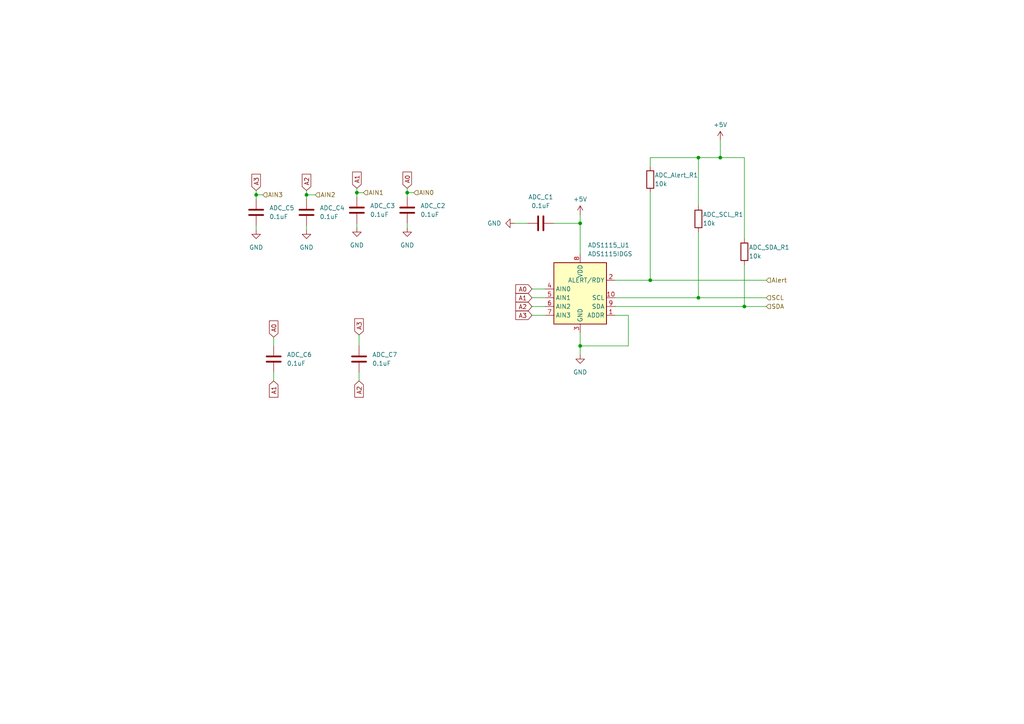
<source format=kicad_sch>
(kicad_sch (version 20230121) (generator eeschema)
  (paper "A4")
  (lib_symbols
    (symbol "Analog_ADC:ADS1115IDGS"
      (property "Reference" "U" (at 2.54 13.97 0))
      (property "Value" "ADS1115IDGS" (at 7.62 11.43 0))
      (symbol "ADS1115IDGS_0_1"
        (rectangle (start -7.62 10.16) (end 7.62 -7.62) (stroke (width 0.254)) (fill (type background)))
      )
      (symbol "ADS1115IDGS_1_1"
        (pin input line (at 10.16 -5.08 180) (length 2.54) (name "ADDR") (number "1"))
        (pin input line (at 10.16 0 180) (length 2.54) (name "SCL") (number "10"))
        (pin output line (at 10.16 5.08 180) (length 2.54) (name "ALERT/RDY") (number "2"))
        (pin power_in line (at 0 -10.16 90) (length 2.54) (name "GND") (number "3"))
        (pin input line (at -10.16 2.54 0) (length 2.54) (name "AIN0") (number "4"))
        (pin input line (at -10.16 0 0) (length 2.54) (name "AIN1") (number "5"))
        (pin input line (at -10.16 -2.54 0) (length 2.54) (name "AIN2") (number "6"))
        (pin input line (at -10.16 -5.08 0) (length 2.54) (name "AIN3") (number "7"))
        (pin power_in line (at 0 12.7 270) (length 2.54) (name "VDD") (number "8"))
        (pin bidirectional line (at 10.16 -2.54 180) (length 2.54) (name "SDA") (number "9"))
      )
    )
    (symbol "Device:C" (pin_numbers hide) (pin_names (offset 0.254))
      (property "Reference" "C" (at 0.635 2.54 0))
      (property "Value" "C" (at 0.635 -2.54 0))
      (symbol "C_0_1"
        (polyline (pts (xy -2.032 -0.762) (xy 2.032 -0.762)) (stroke (width 0.508)))
        (polyline (pts (xy -2.032 0.762) (xy 2.032 0.762)) (stroke (width 0.508)))
      )
      (symbol "C_1_1"
        (pin passive line (at 0 3.81 270) (length 2.794) (name "~") (number "1"))
        (pin passive line (at 0 -3.81 90) (length 2.794) (name "~") (number "2"))
      )
    )
    (symbol "Device:R" (pin_numbers hide) (pin_names (offset 0))
      (property "Reference" "R" (at 2.032 0 90))
      (property "Value" "R" (at 0 0 90))
      (symbol "R_0_1"
        (rectangle (start -1.016 -2.54) (end 1.016 2.54) (stroke (width 0.254)))
      )
      (symbol "R_1_1"
        (pin passive line (at 0 3.81 270) (length 1.27) (name "~") (number "1"))
        (pin passive line (at 0 -3.81 90) (length 1.27) (name "~") (number "2"))
      )
    )
    (symbol "power:+5V" (power) (pin_names (offset 0))
      (property "Value" "+5V" (at 0 3.556 0))
      (symbol "+5V_0_1"
        (polyline (pts (xy -0.762 1.27) (xy 0 2.54)))
        (polyline (pts (xy 0 0) (xy 0 2.54)))
        (polyline (pts (xy 0 2.54) (xy 0.762 1.27)))
      )
      (symbol "+5V_1_1"
        (pin power_in line (at 0 0 90) (length 0) hide (name "+5V") (number "1"))
      )
    )
    (symbol "power:GND" (power) (pin_names (offset 0))
      (property "Value" "GND" (at 0 -3.81 0))
      (symbol "GND_0_1"
        (polyline (pts (xy 0 0) (xy 0 -1.27) (xy 1.27 -1.27) (xy 0 -2.54) (xy -1.27 -1.27) (xy 0 -1.27)))
      )
      (symbol "GND_1_1"
        (pin power_in line (at 0 0 270) (length 0) hide (name "GND") (number "1"))
      )
    )
  )
  (junction (at 202.565 45.72))
  (junction (at 215.9 88.9))
  (junction (at 168.275 100.33))
  (junction (at 118.11 55.88))
  (junction (at 74.295 56.515))
  (junction (at 202.565 86.36))
  (junction (at 103.505 55.88))
  (junction (at 208.915 45.72))
  (junction (at 168.275 64.77))
  (junction (at 88.9 56.515))
  (junction (at 188.595 81.28))
  (wire (pts (xy 168.275 100.33) (xy 168.275 96.52)))
  (wire (pts (xy 154.305 91.44) (xy 158.115 91.44)))
  (wire (pts (xy 74.295 56.515) (xy 74.295 57.785)))
  (wire (pts (xy 88.9 56.515) (xy 88.9 57.785)))
  (wire (pts (xy 88.9 66.675) (xy 88.9 65.405)))
  (wire (pts (xy 118.11 54.61) (xy 118.11 55.88)))
  (wire (pts (xy 104.14 110.49) (xy 104.14 107.95)))
  (wire (pts (xy 188.595 81.28) (xy 222.25 81.28)))
  (wire (pts (xy 103.505 66.04) (xy 103.505 64.77)))
  (wire (pts (xy 103.505 55.88) (xy 103.505 57.15)))
  (wire (pts (xy 182.245 100.33) (xy 168.275 100.33)))
  (wire (pts (xy 103.505 54.61) (xy 103.505 55.88)))
  (wire (pts (xy 168.275 64.77) (xy 168.275 73.66)))
  (wire (pts (xy 105.41 55.88) (xy 103.505 55.88)))
  (wire (pts (xy 215.9 45.72) (xy 215.9 69.215)))
  (wire (pts (xy 208.915 40.64) (xy 208.915 45.72)))
  (wire (pts (xy 182.245 91.44) (xy 182.245 100.33)))
  (wire (pts (xy 202.565 86.36) (xy 222.25 86.36)))
  (wire (pts (xy 178.435 81.28) (xy 188.595 81.28)))
  (wire (pts (xy 160.655 64.77) (xy 168.275 64.77)))
  (wire (pts (xy 154.305 88.9) (xy 158.115 88.9)))
  (wire (pts (xy 88.9 55.245) (xy 88.9 56.515)))
  (wire (pts (xy 118.11 55.88) (xy 118.11 57.15)))
  (wire (pts (xy 149.225 64.77) (xy 153.035 64.77)))
  (wire (pts (xy 104.14 97.155) (xy 104.14 100.33)))
  (wire (pts (xy 188.595 45.72) (xy 188.595 48.26)))
  (wire (pts (xy 79.375 97.79) (xy 79.375 100.33)))
  (wire (pts (xy 215.9 76.835) (xy 215.9 88.9)))
  (wire (pts (xy 202.565 67.31) (xy 202.565 86.36)))
  (wire (pts (xy 79.375 110.49) (xy 79.375 107.95)))
  (wire (pts (xy 154.305 86.36) (xy 158.115 86.36)))
  (wire (pts (xy 188.595 45.72) (xy 202.565 45.72)))
  (wire (pts (xy 208.915 45.72) (xy 215.9 45.72)))
  (wire (pts (xy 154.305 83.82) (xy 158.115 83.82)))
  (wire (pts (xy 168.275 62.23) (xy 168.275 64.77)))
  (wire (pts (xy 74.295 55.245) (xy 74.295 56.515)))
  (wire (pts (xy 91.44 56.515) (xy 88.9 56.515)))
  (wire (pts (xy 202.565 45.72) (xy 202.565 59.69)))
  (wire (pts (xy 215.9 88.9) (xy 222.25 88.9)))
  (wire (pts (xy 178.435 86.36) (xy 202.565 86.36)))
  (wire (pts (xy 188.595 55.88) (xy 188.595 81.28)))
  (wire (pts (xy 120.015 55.88) (xy 118.11 55.88)))
  (wire (pts (xy 178.435 91.44) (xy 182.245 91.44)))
  (wire (pts (xy 178.435 88.9) (xy 215.9 88.9)))
  (wire (pts (xy 74.295 66.675) (xy 74.295 65.405)))
  (wire (pts (xy 118.11 66.04) (xy 118.11 64.77)))
  (wire (pts (xy 76.2 56.515) (xy 74.295 56.515)))
  (wire (pts (xy 202.565 45.72) (xy 208.915 45.72)))
  (wire (pts (xy 168.275 102.87) (xy 168.275 100.33)))
  (global_label "A1" (shape input) (at 103.505 54.61 90) (property "Intersheetrefs" "${INTERSHEET_REFS}" (effects hide)))
  (global_label "A2" (shape input) (at 104.14 110.49 270) (property "Intersheetrefs" "${INTERSHEET_REFS}" (effects hide)))
  (global_label "A3" (shape input) (at 154.305 91.44 180) (property "Intersheetrefs" "${INTERSHEET_REFS}" (effects hide)))
  (global_label "A1" (shape input) (at 154.305 86.36 180) (property "Intersheetrefs" "${INTERSHEET_REFS}" (effects hide)))
  (global_label "A0" (shape input) (at 154.305 83.82 180) (property "Intersheetrefs" "${INTERSHEET_REFS}" (effects hide)))
  (global_label "A2" (shape input) (at 88.9 55.245 90) (property "Intersheetrefs" "${INTERSHEET_REFS}" (effects hide)))
  (global_label "A0" (shape input) (at 79.375 97.79 90) (property "Intersheetrefs" "${INTERSHEET_REFS}" (effects hide)))
  (global_label "A1" (shape input) (at 79.375 110.49 270) (property "Intersheetrefs" "${INTERSHEET_REFS}" (effects hide)))
  (global_label "A0" (shape input) (at 118.11 54.61 90) (property "Intersheetrefs" "${INTERSHEET_REFS}" (effects hide)))
  (global_label "A3" (shape input) (at 74.295 55.245 90) (property "Intersheetrefs" "${INTERSHEET_REFS}" (effects hide)))
  (global_label "A3" (shape input) (at 104.14 97.155 90) (property "Intersheetrefs" "${INTERSHEET_REFS}" (effects hide)))
  (global_label "A2" (shape input) (at 154.305 88.9 180) (property "Intersheetrefs" "${INTERSHEET_REFS}" (effects hide)))
  (hierarchical_label "AIN3" (shape input) (at 76.2 56.515 0))
  (hierarchical_label "AIN2" (shape input) (at 91.44 56.515 0))
  (hierarchical_label "Alert" (shape input) (at 222.25 81.28 0))
  (hierarchical_label "AIN1" (shape input) (at 105.41 55.88 0))
  (hierarchical_label "AIN0" (shape input) (at 120.015 55.88 0))
  (hierarchical_label "SDA" (shape input) (at 222.25 88.9 0))
  (hierarchical_label "SCL" (shape input) (at 222.25 86.36 0))
  (symbol (lib_id "power:GND") (at 103.505 66.04 0) (unit 1)
    (property "Reference" "#PWR06" (effects hide))
    (property "Value" "GND" (at 103.505 71.12 0))
  )
  (symbol (lib_id "Device:C") (at 88.9 61.595 180) (unit 1)
    (property "Reference" "ADC_C4" (at 92.71 60.325 0) (effects (justify right)))
    (property "Value" "0.1uF" (at 92.71 62.865 0) (effects (justify right)))
    (property "Footprint" "Capacitor_SMD:C_0402_1005Metric" (effects hide))
  )
  (symbol (lib_id "power:GND") (at 168.275 102.87 0) (unit 1)
    (property "Reference" "#PWR03" (effects hide))
    (property "Value" "GND" (at 168.275 107.95 0))
  )
  (symbol (lib_id "Device:R") (at 188.595 52.07 0) (unit 1)
    (property "Reference" "ADC_Alert_R1" (at 189.865 50.8 0) (effects (justify left)))
    (property "Value" "10k" (at 189.865 53.34 0) (effects (justify left)))
    (property "Footprint" "Resistor_SMD:R_0402_1005Metric" (effects hide))
  )
  (symbol (lib_id "Device:C") (at 118.11 60.96 180) (unit 1)
    (property "Reference" "ADC_C2" (at 121.92 59.69 0) (effects (justify right)))
    (property "Value" "0.1uF" (at 121.92 62.23 0) (effects (justify right)))
    (property "Footprint" "Capacitor_SMD:C_0402_1005Metric" (effects hide))
  )
  (symbol (lib_id "Device:C") (at 104.14 104.14 180) (unit 1)
    (property "Reference" "ADC_C7" (at 107.95 102.87 0) (effects (justify right)))
    (property "Value" "0.1uF" (at 107.95 105.41 0) (effects (justify right)))
    (property "Footprint" "Capacitor_SMD:C_0402_1005Metric" (effects hide))
  )
  (symbol (lib_id "Device:C") (at 103.505 60.96 180) (unit 1)
    (property "Reference" "ADC_C3" (at 107.315 59.69 0) (effects (justify right)))
    (property "Value" "0.1uF" (at 107.315 62.23 0) (effects (justify right)))
    (property "Footprint" "Capacitor_SMD:C_0402_1005Metric" (effects hide))
  )
  (symbol (lib_id "power:+5V") (at 208.915 40.64 0) (unit 1)
    (property "Reference" "#PWR04" (effects hide))
    (property "Value" "+5V" (at 208.915 36.195 0))
  )
  (symbol (lib_id "Device:R") (at 202.565 63.5 0) (unit 1)
    (property "Reference" "ADC_SCL_R1" (at 203.835 62.23 0) (effects (justify left)))
    (property "Value" "10k" (at 203.835 64.77 0) (effects (justify left)))
    (property "Footprint" "Resistor_SMD:R_0402_1005Metric" (effects hide))
  )
  (symbol (lib_id "Device:C") (at 156.845 64.77 90) (unit 1)
    (property "Reference" "ADC_C1" (at 156.845 57.15 90))
    (property "Value" "0.1uF" (at 156.845 59.69 90))
    (property "Footprint" "Capacitor_SMD:C_0402_1005Metric" (effects hide))
  )
  (symbol (lib_id "power:GND") (at 118.11 66.04 0) (unit 1)
    (property "Reference" "#PWR05" (effects hide))
    (property "Value" "GND" (at 118.11 71.12 0))
  )
  (symbol (lib_id "power:GND") (at 88.9 66.675 0) (unit 1)
    (property "Reference" "#PWR07" (effects hide))
    (property "Value" "GND" (at 88.9 71.755 0))
  )
  (symbol (lib_id "power:GND") (at 74.295 66.675 0) (unit 1)
    (property "Reference" "#PWR08" (effects hide))
    (property "Value" "GND" (at 74.295 71.755 0))
  )
  (symbol (lib_id "Analog_ADC:ADS1115IDGS") (at 168.275 86.36 0) (unit 1)
    (property "Reference" "ADS1115_U1" (at 170.4691 71.12 0) (effects (justify left)))
    (property "Value" "ADS1115IDGS" (at 170.4691 73.66 0) (effects (justify left)))
    (property "Footprint" "Package_SO:TSSOP-10_3x3mm_P0.5mm" (effects hide))
    (property "Datasheet" "http://www.ti.com/lit/ds/symlink/ads1113.pdf" (effects hide))
  )
  (symbol (lib_id "power:+5V") (at 168.275 62.23 0) (unit 1)
    (property "Reference" "#PWR02" (effects hide))
    (property "Value" "+5V" (at 168.275 57.785 0))
  )
  (symbol (lib_id "Device:C") (at 79.375 104.14 180) (unit 1)
    (property "Reference" "ADC_C6" (at 83.185 102.87 0) (effects (justify right)))
    (property "Value" "0.1uF" (at 83.185 105.41 0) (effects (justify right)))
    (property "Footprint" "Capacitor_SMD:C_0402_1005Metric" (effects hide))
  )
  (symbol (lib_id "power:GND") (at 149.225 64.77 270) (unit 1)
    (property "Reference" "#PWR01" (effects hide))
    (property "Value" "GND" (at 145.415 64.77 90) (effects (justify right)))
  )
  (symbol (lib_id "Device:C") (at 74.295 61.595 180) (unit 1)
    (property "Reference" "ADC_C5" (at 78.105 60.325 0) (effects (justify right)))
    (property "Value" "0.1uF" (at 78.105 62.865 0) (effects (justify right)))
    (property "Footprint" "Capacitor_SMD:C_0402_1005Metric" (effects hide))
  )
  (symbol (lib_id "Device:R") (at 215.9 73.025 180) (unit 1)
    (property "Reference" "ADC_SDA_R1" (at 217.17 71.755 0) (effects (justify right)))
    (property "Value" "10k" (at 217.17 74.295 0) (effects (justify right)))
    (property "Footprint" "Resistor_SMD:R_0402_1005Metric" (effects hide))
  )
)
</source>
